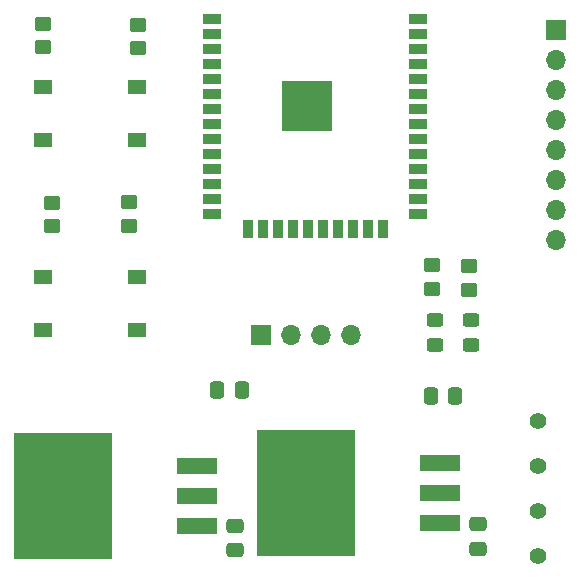
<source format=gts>
%TF.GenerationSoftware,KiCad,Pcbnew,8.0.0*%
%TF.CreationDate,2024-12-15T14:54:56+05:30*%
%TF.ProjectId,RFID_1,52464944-5f31-42e6-9b69-6361645f7063,rev?*%
%TF.SameCoordinates,Original*%
%TF.FileFunction,Soldermask,Top*%
%TF.FilePolarity,Negative*%
%FSLAX46Y46*%
G04 Gerber Fmt 4.6, Leading zero omitted, Abs format (unit mm)*
G04 Created by KiCad (PCBNEW 8.0.0) date 2024-12-15 14:54:56*
%MOMM*%
%LPD*%
G01*
G04 APERTURE LIST*
G04 Aperture macros list*
%AMRoundRect*
0 Rectangle with rounded corners*
0 $1 Rounding radius*
0 $2 $3 $4 $5 $6 $7 $8 $9 X,Y pos of 4 corners*
0 Add a 4 corners polygon primitive as box body*
4,1,4,$2,$3,$4,$5,$6,$7,$8,$9,$2,$3,0*
0 Add four circle primitives for the rounded corners*
1,1,$1+$1,$2,$3*
1,1,$1+$1,$4,$5*
1,1,$1+$1,$6,$7*
1,1,$1+$1,$8,$9*
0 Add four rect primitives between the rounded corners*
20,1,$1+$1,$2,$3,$4,$5,0*
20,1,$1+$1,$4,$5,$6,$7,0*
20,1,$1+$1,$6,$7,$8,$9,0*
20,1,$1+$1,$8,$9,$2,$3,0*%
G04 Aperture macros list end*
%ADD10R,3.505200X1.397000*%
%ADD11R,8.407400X10.718800*%
%ADD12C,1.397000*%
%ADD13RoundRect,0.250000X0.450000X-0.350000X0.450000X0.350000X-0.450000X0.350000X-0.450000X-0.350000X0*%
%ADD14RoundRect,0.250000X-0.475000X0.337500X-0.475000X-0.337500X0.475000X-0.337500X0.475000X0.337500X0*%
%ADD15RoundRect,0.250000X-0.450000X0.350000X-0.450000X-0.350000X0.450000X-0.350000X0.450000X0.350000X0*%
%ADD16R,1.550000X1.300000*%
%ADD17RoundRect,0.250000X-0.337500X-0.475000X0.337500X-0.475000X0.337500X0.475000X-0.337500X0.475000X0*%
%ADD18RoundRect,0.250000X0.450000X-0.325000X0.450000X0.325000X-0.450000X0.325000X-0.450000X-0.325000X0*%
%ADD19R,1.700000X1.700000*%
%ADD20O,1.700000X1.700000*%
%ADD21R,1.500000X0.900000*%
%ADD22R,0.900000X1.500000*%
%ADD23C,0.600000*%
%ADD24R,4.200000X4.200000*%
G04 APERTURE END LIST*
D10*
%TO.C,U3*%
X164050300Y-121140000D03*
X164050300Y-118600000D03*
X164050300Y-116060000D03*
D11*
X152709200Y-118600000D03*
%TD*%
D12*
%TO.C,J3*%
X172421000Y-123944900D03*
X172421000Y-120134900D03*
X172421000Y-116324900D03*
X172421000Y-112514900D03*
%TD*%
D13*
%TO.C,R3*%
X131241800Y-96037400D03*
X131241800Y-94037400D03*
%TD*%
D14*
%TO.C,C3*%
X167275000Y-121250000D03*
X167275000Y-123325000D03*
%TD*%
%TO.C,C4*%
X146750000Y-121400000D03*
X146750000Y-123475000D03*
%TD*%
D15*
%TO.C,R4*%
X137718800Y-94012000D03*
X137718800Y-96012000D03*
%TD*%
D16*
%TO.C,SW1*%
X130454600Y-84222200D03*
X138404600Y-84222200D03*
X130454600Y-88722200D03*
X138404600Y-88722200D03*
%TD*%
D15*
%TO.C,R2*%
X130479800Y-78873600D03*
X130479800Y-80873600D03*
%TD*%
D17*
%TO.C,C1*%
X163300000Y-110375000D03*
X165375000Y-110375000D03*
%TD*%
D18*
%TO.C,D4*%
X166674800Y-106045000D03*
X166674800Y-103995000D03*
%TD*%
D19*
%TO.C,J1*%
X148955600Y-105196800D03*
D20*
X151495600Y-105196800D03*
X154035600Y-105196800D03*
X156575600Y-105196800D03*
%TD*%
D17*
%TO.C,C2*%
X145245000Y-109855000D03*
X147320000Y-109855000D03*
%TD*%
D21*
%TO.C,U1*%
X144755200Y-78511400D03*
X144755200Y-79781400D03*
X144755200Y-81051400D03*
X144755200Y-82321400D03*
X144755200Y-83591400D03*
X144755200Y-84861400D03*
X144755200Y-86131400D03*
X144755200Y-87401400D03*
X144755200Y-88671400D03*
X144755200Y-89941400D03*
X144755200Y-91211400D03*
X144755200Y-92481400D03*
X144755200Y-93751400D03*
X144755200Y-95021400D03*
D22*
X147795200Y-96271400D03*
X149065200Y-96271400D03*
X150335200Y-96271400D03*
X151605200Y-96271400D03*
X152875200Y-96271400D03*
X154145200Y-96271400D03*
X155415200Y-96271400D03*
X156685200Y-96271400D03*
X157955200Y-96271400D03*
X159225200Y-96271400D03*
D21*
X162255200Y-95021400D03*
X162255200Y-93751400D03*
X162255200Y-92481400D03*
X162255200Y-91211400D03*
X162255200Y-89941400D03*
X162255200Y-88671400D03*
X162255200Y-87401400D03*
X162255200Y-86131400D03*
X162255200Y-84861400D03*
X162255200Y-83591400D03*
X162255200Y-82321400D03*
X162255200Y-81051400D03*
X162255200Y-79781400D03*
X162255200Y-78511400D03*
D23*
X151300200Y-85088900D03*
X151300200Y-86613900D03*
X152062700Y-84326400D03*
X152062700Y-85851400D03*
X152062700Y-87376400D03*
X152825200Y-85088900D03*
D24*
X152825200Y-85851400D03*
D23*
X152825200Y-86613900D03*
X153587700Y-84326400D03*
X153587700Y-85851400D03*
X153587700Y-87376400D03*
X154350200Y-85088900D03*
X154350200Y-86613900D03*
%TD*%
D16*
%TO.C,SW2*%
X130492600Y-100315200D03*
X138442600Y-100315200D03*
X130492600Y-104815200D03*
X138442600Y-104815200D03*
%TD*%
D10*
%TO.C,U2*%
X143546100Y-121390000D03*
X143546100Y-118850000D03*
X143546100Y-116310000D03*
D11*
X132205000Y-118850000D03*
%TD*%
D15*
%TO.C,R5*%
X163439600Y-99346400D03*
X163439600Y-101346400D03*
%TD*%
D18*
%TO.C,D1*%
X163634800Y-106045000D03*
X163634800Y-103995000D03*
%TD*%
D13*
%TO.C,R1*%
X138506200Y-80949800D03*
X138506200Y-78949800D03*
%TD*%
D19*
%TO.C,J2*%
X173939200Y-79400400D03*
D20*
X173939200Y-81940400D03*
X173939200Y-84480400D03*
X173939200Y-87020400D03*
X173939200Y-89560400D03*
X173939200Y-92100400D03*
X173939200Y-94640400D03*
X173939200Y-97180400D03*
%TD*%
D15*
%TO.C,R8*%
X166538400Y-99397200D03*
X166538400Y-101397200D03*
%TD*%
M02*

</source>
